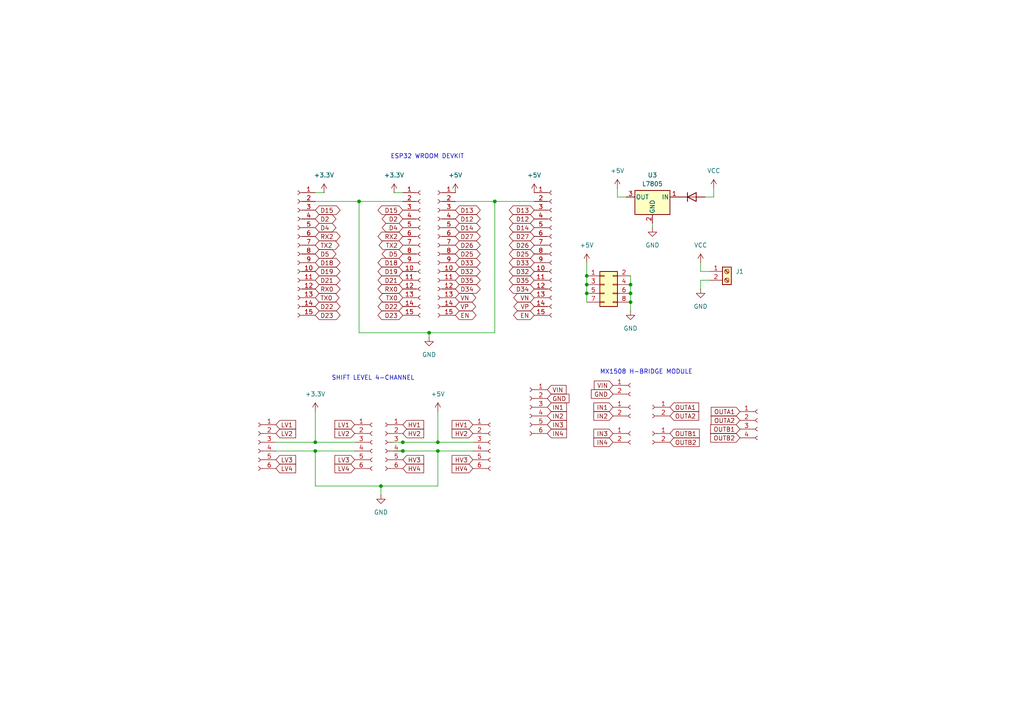
<source format=kicad_sch>
(kicad_sch (version 20250114) (generator "eeschema") (generator_version "9.0")
  (paper "A4")
  (title_block (title "Projeto ROME Conectado") (date "2025-05-26") (rev "0.1") (company "Unicuritiba (Lab. ROSIE)"))
  (lib_symbols
    (symbol "Connector:Conn_01x02_Socket" (pin_names (offset 1.016) (hide yes))
      (property "Reference" "J" (at 0 2.54 0))
      (property "Value" "Conn_01x02_Socket" (at 0 -5.08 0))
      (symbol "Conn_01x02_Socket_1_1"
        (polyline (pts (xy -1.27 0) (xy -0.508 0)) (stroke (width 0.1524)))
        (polyline (pts (xy -1.27 -2.54) (xy -0.508 -2.54)) (stroke (width 0.1524)))
        (arc (start 0 -0.508) (mid -0.5058 0) (end 0 0.508) (stroke (width 0.1524)))
        (arc (start 0 -3.048) (mid -0.5058 -2.54) (end 0 -2.032) (stroke (width 0.1524)))
        (pin passive line (at -5.08 0 0) (length 3.81) (name "Pin_1") (number "1"))
        (pin passive line (at -5.08 -2.54 0) (length 3.81) (name "Pin_2") (number "2"))
      )
    )
    (symbol "Connector:Conn_01x04_Socket" (pin_names (offset 1.016) (hide yes))
      (property "Reference" "J" (at 0 5.08 0))
      (property "Value" "Conn_01x04_Socket" (at 0 -7.62 0))
      (symbol "Conn_01x04_Socket_1_1"
        (polyline (pts (xy -1.27 2.54) (xy -0.508 2.54)) (stroke (width 0.1524)))
        (polyline (pts (xy -1.27 0) (xy -0.508 0)) (stroke (width 0.1524)))
        (polyline (pts (xy -1.27 -2.54) (xy -0.508 -2.54)) (stroke (width 0.1524)))
        (polyline (pts (xy -1.27 -5.08) (xy -0.508 -5.08)) (stroke (width 0.1524)))
        (arc (start 0 2.032) (mid -0.5058 2.54) (end 0 3.048) (stroke (width 0.1524)))
        (arc (start 0 -0.508) (mid -0.5058 0) (end 0 0.508) (stroke (width 0.1524)))
        (arc (start 0 -3.048) (mid -0.5058 -2.54) (end 0 -2.032) (stroke (width 0.1524)))
        (arc (start 0 -5.588) (mid -0.5058 -5.08) (end 0 -4.572) (stroke (width 0.1524)))
        (pin passive line (at -5.08 2.54 0) (length 3.81) (name "Pin_1") (number "1"))
        (pin passive line (at -5.08 0 0) (length 3.81) (name "Pin_2") (number "2"))
        (pin passive line (at -5.08 -2.54 0) (length 3.81) (name "Pin_3") (number "3"))
        (pin passive line (at -5.08 -5.08 0) (length 3.81) (name "Pin_4") (number "4"))
      )
    )
    (symbol "Connector:Conn_01x06_Socket" (pin_names (offset 1.016) (hide yes))
      (property "Reference" "J" (at 0 7.62 0))
      (property "Value" "Conn_01x06_Socket" (at 0 -10.16 0))
      (symbol "Conn_01x06_Socket_1_1"
        (polyline (pts (xy -1.27 5.08) (xy -0.508 5.08)) (stroke (width 0.1524)))
        (polyline (pts (xy -1.27 2.54) (xy -0.508 2.54)) (stroke (width 0.1524)))
        (polyline (pts (xy -1.27 0) (xy -0.508 0)) (stroke (width 0.1524)))
        (polyline (pts (xy -1.27 -2.54) (xy -0.508 -2.54)) (stroke (width 0.1524)))
        (polyline (pts (xy -1.27 -5.08) (xy -0.508 -5.08)) (stroke (width 0.1524)))
        (polyline (pts (xy -1.27 -7.62) (xy -0.508 -7.62)) (stroke (width 0.1524)))
        (arc (start 0 4.572) (mid -0.5058 5.08) (end 0 5.588) (stroke (width 0.1524)))
        (arc (start 0 2.032) (mid -0.5058 2.54) (end 0 3.048) (stroke (width 0.1524)))
        (arc (start 0 -0.508) (mid -0.5058 0) (end 0 0.508) (stroke (width 0.1524)))
        (arc (start 0 -3.048) (mid -0.5058 -2.54) (end 0 -2.032) (stroke (width 0.1524)))
        (arc (start 0 -5.588) (mid -0.5058 -5.08) (end 0 -4.572) (stroke (width 0.1524)))
        (arc (start 0 -8.128) (mid -0.5058 -7.62) (end 0 -7.112) (stroke (width 0.1524)))
        (pin passive line (at -5.08 5.08 0) (length 3.81) (name "Pin_1") (number "1"))
        (pin passive line (at -5.08 2.54 0) (length 3.81) (name "Pin_2") (number "2"))
        (pin passive line (at -5.08 0 0) (length 3.81) (name "Pin_3") (number "3"))
        (pin passive line (at -5.08 -2.54 0) (length 3.81) (name "Pin_4") (number "4"))
        (pin passive line (at -5.08 -5.08 0) (length 3.81) (name "Pin_5") (number "5"))
        (pin passive line (at -5.08 -7.62 0) (length 3.81) (name "Pin_6") (number "6"))
      )
    )
    (symbol "Connector:Conn_01x15_Socket" (pin_names (offset 1.016) (hide yes))
      (property "Reference" "J" (at 0 20.32 0))
      (property "Value" "Conn_01x15_Socket" (at 0 -20.32 0))
      (symbol "Conn_01x15_Socket_1_1"
        (polyline (pts (xy -1.27 17.78) (xy -0.508 17.78)) (stroke (width 0.1524)))
        (polyline (pts (xy -1.27 15.24) (xy -0.508 15.24)) (stroke (width 0.1524)))
        (polyline (pts (xy -1.27 12.7) (xy -0.508 12.7)) (stroke (width 0.1524)))
        (polyline (pts (xy -1.27 10.16) (xy -0.508 10.16)) (stroke (width 0.1524)))
        (polyline (pts (xy -1.27 7.62) (xy -0.508 7.62)) (stroke (width 0.1524)))
        (polyline (pts (xy -1.27 5.08) (xy -0.508 5.08)) (stroke (width 0.1524)))
        (polyline (pts (xy -1.27 2.54) (xy -0.508 2.54)) (stroke (width 0.1524)))
        (polyline (pts (xy -1.27 0) (xy -0.508 0)) (stroke (width 0.1524)))
        (polyline (pts (xy -1.27 -2.54) (xy -0.508 -2.54)) (stroke (width 0.1524)))
        (polyline (pts (xy -1.27 -5.08) (xy -0.508 -5.08)) (stroke (width 0.1524)))
        (polyline (pts (xy -1.27 -7.62) (xy -0.508 -7.62)) (stroke (width 0.1524)))
        (polyline (pts (xy -1.27 -10.16) (xy -0.508 -10.16)) (stroke (width 0.1524)))
        (polyline (pts (xy -1.27 -12.7) (xy -0.508 -12.7)) (stroke (width 0.1524)))
        (polyline (pts (xy -1.27 -15.24) (xy -0.508 -15.24)) (stroke (width 0.1524)))
        (polyline (pts (xy -1.27 -17.78) (xy -0.508 -17.78)) (stroke (width 0.1524)))
        (arc (start 0 17.272) (mid -0.5058 17.78) (end 0 18.288) (stroke (width 0.1524)))
        (arc (start 0 14.732) (mid -0.5058 15.24) (end 0 15.748) (stroke (width 0.1524)))
        (arc (start 0 12.192) (mid -0.5058 12.7) (end 0 13.208) (stroke (width 0.1524)))
        (arc (start 0 9.652) (mid -0.5058 10.16) (end 0 10.668) (stroke (width 0.1524)))
        (arc (start 0 7.112) (mid -0.5058 7.62) (end 0 8.128) (stroke (width 0.1524)))
        (arc (start 0 4.572) (mid -0.5058 5.08) (end 0 5.588) (stroke (width 0.1524)))
        (arc (start 0 2.032) (mid -0.5058 2.54) (end 0 3.048) (stroke (width 0.1524)))
        (arc (start 0 -0.508) (mid -0.5058 0) (end 0 0.508) (stroke (width 0.1524)))
        (arc (start 0 -3.048) (mid -0.5058 -2.54) (end 0 -2.032) (stroke (width 0.1524)))
        (arc (start 0 -5.588) (mid -0.5058 -5.08) (end 0 -4.572) (stroke (width 0.1524)))
        (arc (start 0 -8.128) (mid -0.5058 -7.62) (end 0 -7.112) (stroke (width 0.1524)))
        (arc (start 0 -10.668) (mid -0.5058 -10.16) (end 0 -9.652) (stroke (width 0.1524)))
        (arc (start 0 -13.208) (mid -0.5058 -12.7) (end 0 -12.192) (stroke (width 0.1524)))
        (arc (start 0 -15.748) (mid -0.5058 -15.24) (end 0 -14.732) (stroke (width 0.1524)))
        (arc (start 0 -18.288) (mid -0.5058 -17.78) (end 0 -17.272) (stroke (width 0.1524)))
        (pin passive line (at -5.08 17.78 0) (length 3.81) (name "Pin_1") (number "1"))
        (pin passive line (at -5.08 15.24 0) (length 3.81) (name "Pin_2") (number "2"))
        (pin passive line (at -5.08 12.7 0) (length 3.81) (name "Pin_3") (number "3"))
        (pin passive line (at -5.08 10.16 0) (length 3.81) (name "Pin_4") (number "4"))
        (pin passive line (at -5.08 7.62 0) (length 3.81) (name "Pin_5") (number "5"))
        (pin passive line (at -5.08 5.08 0) (length 3.81) (name "Pin_6") (number "6"))
        (pin passive line (at -5.08 2.54 0) (length 3.81) (name "Pin_7") (number "7"))
        (pin passive line (at -5.08 0 0) (length 3.81) (name "Pin_8") (number "8"))
        (pin passive line (at -5.08 -2.54 0) (length 3.81) (name "Pin_9") (number "9"))
        (pin passive line (at -5.08 -5.08 0) (length 3.81) (name "Pin_10") (number "10"))
        (pin passive line (at -5.08 -7.62 0) (length 3.81) (name "Pin_11") (number "11"))
        (pin passive line (at -5.08 -10.16 0) (length 3.81) (name "Pin_12") (number "12"))
        (pin passive line (at -5.08 -12.7 0) (length 3.81) (name "Pin_13") (number "13"))
        (pin passive line (at -5.08 -15.24 0) (length 3.81) (name "Pin_14") (number "14"))
        (pin passive line (at -5.08 -17.78 0) (length 3.81) (name "Pin_15") (number "15"))
      )
    )
    (symbol "Connector:Screw_Terminal_01x02" (pin_names (offset 1.016) (hide yes))
      (property "Reference" "J" (at 0 2.54 0))
      (property "Value" "Screw_Terminal_01x02" (at 0 -5.08 0))
      (symbol "Screw_Terminal_01x02_1_1"
        (rectangle (start -1.27 1.27) (end 1.27 -3.81) (stroke (width 0.254)) (fill (type background)))
        (polyline (pts (xy -0.5334 0.3302) (xy 0.3302 -0.508)) (stroke (width 0.1524)))
        (polyline (pts (xy -0.5334 -2.2098) (xy 0.3302 -3.048)) (stroke (width 0.1524)))
        (polyline (pts (xy -0.3556 0.508) (xy 0.508 -0.3302)) (stroke (width 0.1524)))
        (polyline (pts (xy -0.3556 -2.032) (xy 0.508 -2.8702)) (stroke (width 0.1524)))
        (circle (center 0 0) (radius 0.635) (stroke (width 0.1524)))
        (circle (center 0 -2.54) (radius 0.635) (stroke (width 0.1524)))
        (pin passive line (at -5.08 0 0) (length 3.81) (name "Pin_1") (number "1"))
        (pin passive line (at -5.08 -2.54 0) (length 3.81) (name "Pin_2") (number "2"))
      )
    )
    (symbol "Connector_Generic:Conn_02x04_Odd_Even" (pin_names (offset 1.016) (hide yes))
      (property "Reference" "J" (at 1.27 5.08 0))
      (property "Value" "Conn_02x04_Odd_Even" (at 1.27 -7.62 0))
      (symbol "Conn_02x04_Odd_Even_1_1"
        (rectangle (start -1.27 3.81) (end 3.81 -6.35) (stroke (width 0.254)) (fill (type background)))
        (rectangle (start -1.27 2.667) (end 0 2.413) (stroke (width 0.1524)))
        (rectangle (start -1.27 0.127) (end 0 -0.127) (stroke (width 0.1524)))
        (rectangle (start -1.27 -2.413) (end 0 -2.667) (stroke (width 0.1524)))
        (rectangle (start -1.27 -4.953) (end 0 -5.207) (stroke (width 0.1524)))
        (rectangle (start 3.81 2.667) (end 2.54 2.413) (stroke (width 0.1524)))
        (rectangle (start 3.81 0.127) (end 2.54 -0.127) (stroke (width 0.1524)))
        (rectangle (start 3.81 -2.413) (end 2.54 -2.667) (stroke (width 0.1524)))
        (rectangle (start 3.81 -4.953) (end 2.54 -5.207) (stroke (width 0.1524)))
        (pin passive line (at -5.08 2.54 0) (length 3.81) (name "Pin_1") (number "1"))
        (pin passive line (at -5.08 0 0) (length 3.81) (name "Pin_3") (number "3"))
        (pin passive line (at -5.08 -2.54 0) (length 3.81) (name "Pin_5") (number "5"))
        (pin passive line (at -5.08 -5.08 0) (length 3.81) (name "Pin_7") (number "7"))
        (pin passive line (at 7.62 2.54 180) (length 3.81) (name "Pin_2") (number "2"))
        (pin passive line (at 7.62 0 180) (length 3.81) (name "Pin_4") (number "4"))
        (pin passive line (at 7.62 -2.54 180) (length 3.81) (name "Pin_6") (number "6"))
        (pin passive line (at 7.62 -5.08 180) (length 3.81) (name "Pin_8") (number "8"))
      )
    )
    (symbol "Diode:1N4001" (pin_numbers (hide yes)) (pin_names (hide yes))
      (property "Reference" "D" (at 0 2.54 0))
      (property "Value" "1N4001" (at 0 -2.54 0))
      (symbol "1N4001_0_1"
        (polyline (pts (xy -1.27 1.27) (xy -1.27 -1.27)) (stroke (width 0.254)))
        (polyline (pts (xy 1.27 1.27) (xy 1.27 -1.27) (xy -1.27 0) (xy 1.27 1.27)) (stroke (width 0.254)))
        (polyline (pts (xy 1.27 0) (xy -1.27 0)))
      )
      (symbol "1N4001_1_1"
        (pin passive line (at -3.81 0 0) (length 2.54) (name "K") (number "1"))
        (pin passive line (at 3.81 0 180) (length 2.54) (name "A") (number "2"))
      )
    )
    (symbol "Regulator_Linear:L7805" (pin_names (offset 0.254))
      (property "Reference" "U" (at -3.81 3.175 0))
      (property "Value" "L7805" (at 0 3.175 0))
      (symbol "L7805_0_1"
        (rectangle (start -5.08 1.905) (end 5.08 -5.08) (stroke (width 0.254)) (fill (type background)))
      )
      (symbol "L7805_1_1"
        (pin power_in line (at -7.62 0 0) (length 2.54) (name "IN") (number "1"))
        (pin power_in line (at 0 -7.62 90) (length 2.54) (name "GND") (number "2"))
        (pin power_out line (at 7.62 0 180) (length 2.54) (name "OUT") (number "3"))
      )
    )
    (symbol "power:+3.3V" (power) (pin_numbers (hide yes)) (pin_names (offset 0) (hide yes))
      (property "Value" "+3.3V" (at 0 3.556 0))
      (symbol "+3.3V_0_1"
        (polyline (pts (xy -0.762 1.27) (xy 0 2.54)))
        (polyline (pts (xy 0 2.54) (xy 0.762 1.27)))
        (polyline (pts (xy 0 0) (xy 0 2.54)))
      )
      (symbol "+3.3V_1_1"
        (pin power_in line (at 0 0 90) (length 0) (name "~") (number "1"))
      )
    )
    (symbol "power:+5V" (power) (pin_numbers (hide yes)) (pin_names (offset 0) (hide yes))
      (property "Value" "+5V" (at 0 3.556 0))
      (symbol "+5V_0_1"
        (polyline (pts (xy -0.762 1.27) (xy 0 2.54)))
        (polyline (pts (xy 0 2.54) (xy 0.762 1.27)))
        (polyline (pts (xy 0 0) (xy 0 2.54)))
      )
      (symbol "+5V_1_1"
        (pin power_in line (at 0 0 90) (length 0) (name "~") (number "1"))
      )
    )
    (symbol "power:GND" (power) (pin_numbers (hide yes)) (pin_names (offset 0) (hide yes))
      (property "Value" "GND" (at 0 -3.81 0))
      (symbol "GND_0_1"
        (polyline (pts (xy 0 0) (xy 0 -1.27) (xy 1.27 -1.27) (xy 0 -2.54) (xy -1.27 -1.27) (xy 0 -1.27)))
      )
      (symbol "GND_1_1"
        (pin power_in line (at 0 0 270) (length 0) (name "~") (number "1"))
      )
    )
    (symbol "power:VCC" (power) (pin_numbers (hide yes)) (pin_names (offset 0) (hide yes))
      (property "Value" "VCC" (at 0 3.556 0))
      (symbol "VCC_0_1"
        (polyline (pts (xy -0.762 1.27) (xy 0 2.54)))
        (polyline (pts (xy 0 2.54) (xy 0.762 1.27)))
        (polyline (pts (xy 0 0) (xy 0 2.54)))
      )
      (symbol "VCC_1_1"
        (pin power_in line (at 0 0 90) (length 0) (name "~") (number "1"))
      )
    )
  )
  (text "MX1508 H-BRIDGE MODULE" (at 187.452 107.95 0) (effects (font (size 1.27 1.27))))
  (text "SHIFT LEVEL 4-CHANNEL" (at 108.204 109.728 0) (effects (font (size 1.27 1.27))))
  (text "ESP32 WROOM DEVKIT" (at 123.952 45.466 0) (effects (font (size 1.27 1.27))))
  (junction (at 143.51 58.42))
  (junction (at 116.84 130.81))
  (junction (at 182.88 85.09))
  (junction (at 91.44 130.81))
  (junction (at 170.18 82.55))
  (junction (at 91.44 128.27))
  (junction (at 116.84 128.27))
  (junction (at 124.46 96.52))
  (junction (at 182.88 87.63))
  (junction (at 127 130.81))
  (junction (at 182.88 82.55))
  (junction (at 110.49 140.97))
  (junction (at 170.18 85.09))
  (junction (at 104.14 58.42))
  (junction (at 170.18 80.01))
  (junction (at 127 128.27))
  (wire (pts (xy 127 119.38) (xy 127 128.27)))
  (wire (pts (xy 114.3 130.81) (xy 116.84 130.81)))
  (wire (pts (xy 91.44 130.81) (xy 102.87 130.81)))
  (wire (pts (xy 114.3 128.27) (xy 116.84 128.27)))
  (wire (pts (xy 182.88 85.09) (xy 182.88 87.63)))
  (wire (pts (xy 110.49 140.97) (xy 127 140.97)))
  (wire (pts (xy 207.01 54.61) (xy 207.01 57.15)))
  (wire (pts (xy 189.23 64.77) (xy 189.23 66.04)))
  (wire (pts (xy 91.44 58.42) (xy 104.14 58.42)))
  (wire (pts (xy 203.2 81.28) (xy 203.2 83.82)))
  (wire (pts (xy 170.18 80.01) (xy 170.18 82.55)))
  (wire (pts (xy 127 128.27) (xy 137.16 128.27)))
  (wire (pts (xy 143.51 58.42) (xy 154.94 58.42)))
  (wire (pts (xy 179.07 57.15) (xy 181.61 57.15)))
  (wire (pts (xy 143.51 58.42) (xy 143.51 96.52)))
  (wire (pts (xy 127 130.81) (xy 127 140.97)))
  (wire (pts (xy 114.3 55.88) (xy 116.84 55.88)))
  (wire (pts (xy 182.88 87.63) (xy 182.88 90.17)))
  (wire (pts (xy 91.44 140.97) (xy 110.49 140.97)))
  (wire (pts (xy 170.18 82.55) (xy 170.18 85.09)))
  (wire (pts (xy 116.84 130.81) (xy 127 130.81)))
  (wire (pts (xy 170.18 85.09) (xy 170.18 87.63)))
  (wire (pts (xy 132.08 58.42) (xy 143.51 58.42)))
  (wire (pts (xy 91.44 130.81) (xy 91.44 140.97)))
  (wire (pts (xy 104.14 58.42) (xy 116.84 58.42)))
  (wire (pts (xy 80.01 130.81) (xy 91.44 130.81)))
  (wire (pts (xy 104.14 58.42) (xy 104.14 96.52)))
  (wire (pts (xy 124.46 96.52) (xy 104.14 96.52)))
  (wire (pts (xy 207.01 57.15) (xy 204.47 57.15)))
  (wire (pts (xy 80.01 128.27) (xy 91.44 128.27)))
  (wire (pts (xy 91.44 119.38) (xy 91.44 128.27)))
  (wire (pts (xy 170.18 76.2) (xy 170.18 80.01)))
  (wire (pts (xy 91.44 128.27) (xy 102.87 128.27)))
  (wire (pts (xy 203.2 76.2) (xy 203.2 78.74)))
  (wire (pts (xy 110.49 140.97) (xy 110.49 143.51)))
  (wire (pts (xy 91.44 55.88) (xy 93.98 55.88)))
  (wire (pts (xy 127 130.81) (xy 137.16 130.81)))
  (wire (pts (xy 116.84 128.27) (xy 127 128.27)))
  (wire (pts (xy 203.2 78.74) (xy 205.74 78.74)))
  (wire (pts (xy 124.46 96.52) (xy 143.51 96.52)))
  (wire (pts (xy 205.74 81.28) (xy 203.2 81.28)))
  (wire (pts (xy 124.46 97.79) (xy 124.46 96.52)))
  (wire (pts (xy 179.07 54.61) (xy 179.07 57.15)))
  (wire (pts (xy 182.88 80.01) (xy 182.88 82.55)))
  (wire (pts (xy 182.88 82.55) (xy 182.88 85.09)))
  (global_label "RX0" (shape bidirectional) (at 116.84 83.82 180) (property "Intersheetrefs" "${INTERSHEET_REFS}" (effects (hide yes))))
  (global_label "D32" (shape bidirectional) (at 154.94 78.74 180) (property "Intersheetrefs" "${INTERSHEET_REFS}" (effects (hide yes))))
  (global_label "D34" (shape bidirectional) (at 132.08 83.82 0) (property "Intersheetrefs" "${INTERSHEET_REFS}" (effects (hide yes))))
  (global_label "D4" (shape bidirectional) (at 116.84 66.04 180) (property "Intersheetrefs" "${INTERSHEET_REFS}" (effects (hide yes))))
  (global_label "OUTA1" (shape input) (at 194.31 118.11 0) (property "Intersheetrefs" "${INTERSHEET_REFS}" (effects (hide yes))))
  (global_label "D19" (shape bidirectional) (at 91.44 78.74 0) (property "Intersheetrefs" "${INTERSHEET_REFS}" (effects (hide yes))))
  (global_label "GND" (shape input) (at 177.8 114.3 180) (property "Intersheetrefs" "${INTERSHEET_REFS}" (effects (hide yes))))
  (global_label "OUTB1" (shape input) (at 214.63 124.46 180) (property "Intersheetrefs" "${INTERSHEET_REFS}" (effects (hide yes))))
  (global_label "D22" (shape bidirectional) (at 91.44 88.9 0) (property "Intersheetrefs" "${INTERSHEET_REFS}" (effects (hide yes))))
  (global_label "EN" (shape bidirectional) (at 154.94 91.44 180) (property "Intersheetrefs" "${INTERSHEET_REFS}" (effects (hide yes))))
  (global_label "D15" (shape bidirectional) (at 116.84 60.96 180) (property "Intersheetrefs" "${INTERSHEET_REFS}" (effects (hide yes))))
  (global_label "D4" (shape bidirectional) (at 91.44 66.04 0) (property "Intersheetrefs" "${INTERSHEET_REFS}" (effects (hide yes))))
  (global_label "HV1" (shape input) (at 116.84 123.19 0) (property "Intersheetrefs" "${INTERSHEET_REFS}" (effects (hide yes))))
  (global_label "VIN" (shape input) (at 177.8 111.76 180) (property "Intersheetrefs" "${INTERSHEET_REFS}" (effects (hide yes))))
  (global_label "TX2" (shape bidirectional) (at 116.84 71.12 180) (property "Intersheetrefs" "${INTERSHEET_REFS}" (effects (hide yes))))
  (global_label "VN" (shape bidirectional) (at 132.08 86.36 0) (property "Intersheetrefs" "${INTERSHEET_REFS}" (effects (hide yes))))
  (global_label "D19" (shape bidirectional) (at 116.84 78.74 180) (property "Intersheetrefs" "${INTERSHEET_REFS}" (effects (hide yes))))
  (global_label "IN2" (shape input) (at 177.8 120.65 180) (property "Intersheetrefs" "${INTERSHEET_REFS}" (effects (hide yes))))
  (global_label "D18" (shape bidirectional) (at 116.84 76.2 180) (property "Intersheetrefs" "${INTERSHEET_REFS}" (effects (hide yes))))
  (global_label "OUTA2" (shape input) (at 214.63 121.92 180) (property "Intersheetrefs" "${INTERSHEET_REFS}" (effects (hide yes))))
  (global_label "HV2" (shape input) (at 137.16 125.73 180) (property "Intersheetrefs" "${INTERSHEET_REFS}" (effects (hide yes))))
  (global_label "HV4" (shape input) (at 137.16 135.89 180) (property "Intersheetrefs" "${INTERSHEET_REFS}" (effects (hide yes))))
  (global_label "D32" (shape bidirectional) (at 132.08 78.74 0) (property "Intersheetrefs" "${INTERSHEET_REFS}" (effects (hide yes))))
  (global_label "LV2" (shape input) (at 102.87 125.73 180) (property "Intersheetrefs" "${INTERSHEET_REFS}" (effects (hide yes))))
  (global_label "TX0" (shape bidirectional) (at 116.84 86.36 180) (property "Intersheetrefs" "${INTERSHEET_REFS}" (effects (hide yes))))
  (global_label "D26" (shape bidirectional) (at 154.94 71.12 180) (property "Intersheetrefs" "${INTERSHEET_REFS}" (effects (hide yes))))
  (global_label "D33" (shape bidirectional) (at 154.94 76.2 180) (property "Intersheetrefs" "${INTERSHEET_REFS}" (effects (hide yes))))
  (global_label "IN1" (shape input) (at 158.75 118.11 0) (property "Intersheetrefs" "${INTERSHEET_REFS}" (effects (hide yes))))
  (global_label "D35" (shape bidirectional) (at 154.94 81.28 180) (property "Intersheetrefs" "${INTERSHEET_REFS}" (effects (hide yes))))
  (global_label "IN1" (shape input) (at 177.8 118.11 180) (property "Intersheetrefs" "${INTERSHEET_REFS}" (effects (hide yes))))
  (global_label "HV3" (shape input) (at 137.16 133.35 180) (property "Intersheetrefs" "${INTERSHEET_REFS}" (effects (hide yes))))
  (global_label "D27" (shape bidirectional) (at 132.08 68.58 0) (property "Intersheetrefs" "${INTERSHEET_REFS}" (effects (hide yes))))
  (global_label "OUTB2" (shape input) (at 194.31 128.27 0) (property "Intersheetrefs" "${INTERSHEET_REFS}" (effects (hide yes))))
  (global_label "OUTA1" (shape input) (at 214.63 119.38 180) (property "Intersheetrefs" "${INTERSHEET_REFS}" (effects (hide yes))))
  (global_label "LV3" (shape input) (at 102.87 133.35 180) (property "Intersheetrefs" "${INTERSHEET_REFS}" (effects (hide yes))))
  (global_label "D14" (shape bidirectional) (at 154.94 66.04 180) (property "Intersheetrefs" "${INTERSHEET_REFS}" (effects (hide yes))))
  (global_label "VP" (shape bidirectional) (at 132.08 88.9 0) (property "Intersheetrefs" "${INTERSHEET_REFS}" (effects (hide yes))))
  (global_label "D21" (shape bidirectional) (at 91.44 81.28 0) (property "Intersheetrefs" "${INTERSHEET_REFS}" (effects (hide yes))))
  (global_label "D23" (shape bidirectional) (at 116.84 91.44 180) (property "Intersheetrefs" "${INTERSHEET_REFS}" (effects (hide yes))))
  (global_label "D2" (shape bidirectional) (at 116.84 63.5 180) (property "Intersheetrefs" "${INTERSHEET_REFS}" (effects (hide yes))))
  (global_label "LV4" (shape input) (at 102.87 135.89 180) (property "Intersheetrefs" "${INTERSHEET_REFS}" (effects (hide yes))))
  (global_label "TX2" (shape bidirectional) (at 91.44 71.12 0) (property "Intersheetrefs" "${INTERSHEET_REFS}" (effects (hide yes))))
  (global_label "IN3" (shape input) (at 177.8 125.73 180) (property "Intersheetrefs" "${INTERSHEET_REFS}" (effects (hide yes))))
  (global_label "RX2" (shape bidirectional) (at 116.84 68.58 180) (property "Intersheetrefs" "${INTERSHEET_REFS}" (effects (hide yes))))
  (global_label "LV4" (shape input) (at 80.01 135.89 0) (property "Intersheetrefs" "${INTERSHEET_REFS}" (effects (hide yes))))
  (global_label "IN2" (shape input) (at 158.75 120.65 0) (property "Intersheetrefs" "${INTERSHEET_REFS}" (effects (hide yes))))
  (global_label "VP" (shape bidirectional) (at 154.94 88.9 180) (property "Intersheetrefs" "${INTERSHEET_REFS}" (effects (hide yes))))
  (global_label "D21" (shape bidirectional) (at 116.84 81.28 180) (property "Intersheetrefs" "${INTERSHEET_REFS}" (effects (hide yes))))
  (global_label "D12" (shape bidirectional) (at 154.94 63.5 180) (property "Intersheetrefs" "${INTERSHEET_REFS}" (effects (hide yes))))
  (global_label "IN3" (shape input) (at 158.75 123.19 0) (property "Intersheetrefs" "${INTERSHEET_REFS}" (effects (hide yes))))
  (global_label "HV4" (shape input) (at 116.84 135.89 0) (property "Intersheetrefs" "${INTERSHEET_REFS}" (effects (hide yes))))
  (global_label "D33" (shape bidirectional) (at 132.08 76.2 0) (property "Intersheetrefs" "${INTERSHEET_REFS}" (effects (hide yes))))
  (global_label "IN4" (shape input) (at 158.75 125.73 0) (property "Intersheetrefs" "${INTERSHEET_REFS}" (effects (hide yes))))
  (global_label "OUTB2" (shape input) (at 214.63 127 180) (property "Intersheetrefs" "${INTERSHEET_REFS}" (effects (hide yes))))
  (global_label "D12" (shape bidirectional) (at 132.08 63.5 0) (property "Intersheetrefs" "${INTERSHEET_REFS}" (effects (hide yes))))
  (global_label "HV2" (shape input) (at 116.84 125.73 0) (property "Intersheetrefs" "${INTERSHEET_REFS}" (effects (hide yes))))
  (global_label "IN4" (shape input) (at 177.8 128.27 180) (property "Intersheetrefs" "${INTERSHEET_REFS}" (effects (hide yes))))
  (global_label "RX2" (shape bidirectional) (at 91.44 68.58 0) (property "Intersheetrefs" "${INTERSHEET_REFS}" (effects (hide yes))))
  (global_label "TX0" (shape bidirectional) (at 91.44 86.36 0) (property "Intersheetrefs" "${INTERSHEET_REFS}" (effects (hide yes))))
  (global_label "OUTB1" (shape input) (at 194.31 125.73 0) (property "Intersheetrefs" "${INTERSHEET_REFS}" (effects (hide yes))))
  (global_label "LV3" (shape input) (at 80.01 133.35 0) (property "Intersheetrefs" "${INTERSHEET_REFS}" (effects (hide yes))))
  (global_label "LV1" (shape input) (at 80.01 123.19 0) (property "Intersheetrefs" "${INTERSHEET_REFS}" (effects (hide yes))))
  (global_label "HV1" (shape input) (at 137.16 123.19 180) (property "Intersheetrefs" "${INTERSHEET_REFS}" (effects (hide yes))))
  (global_label "D25" (shape bidirectional) (at 154.94 73.66 180) (property "Intersheetrefs" "${INTERSHEET_REFS}" (effects (hide yes))))
  (global_label "D18" (shape bidirectional) (at 91.44 76.2 0) (property "Intersheetrefs" "${INTERSHEET_REFS}" (effects (hide yes))))
  (global_label "HV3" (shape input) (at 116.84 133.35 0) (property "Intersheetrefs" "${INTERSHEET_REFS}" (effects (hide yes))))
  (global_label "D13" (shape bidirectional) (at 132.08 60.96 0) (property "Intersheetrefs" "${INTERSHEET_REFS}" (effects (hide yes))))
  (global_label "D14" (shape bidirectional) (at 132.08 66.04 0) (property "Intersheetrefs" "${INTERSHEET_REFS}" (effects (hide yes))))
  (global_label "LV2" (shape input) (at 80.01 125.73 0) (property "Intersheetrefs" "${INTERSHEET_REFS}" (effects (hide yes))))
  (global_label "D26" (shape bidirectional) (at 132.08 71.12 0) (property "Intersheetrefs" "${INTERSHEET_REFS}" (effects (hide yes))))
  (global_label "D13" (shape bidirectional) (at 154.94 60.96 180) (property "Intersheetrefs" "${INTERSHEET_REFS}" (effects (hide yes))))
  (global_label "OUTA2" (shape input) (at 194.31 120.65 0) (property "Intersheetrefs" "${INTERSHEET_REFS}" (effects (hide yes))))
  (global_label "D25" (shape bidirectional) (at 132.08 73.66 0) (property "Intersheetrefs" "${INTERSHEET_REFS}" (effects (hide yes))))
  (global_label "VIN" (shape input) (at 158.75 113.03 0) (property "Intersheetrefs" "${INTERSHEET_REFS}" (effects (hide yes))))
  (global_label "D23" (shape bidirectional) (at 91.44 91.44 0) (property "Intersheetrefs" "${INTERSHEET_REFS}" (effects (hide yes))))
  (global_label "D5" (shape bidirectional) (at 116.84 73.66 180) (property "Intersheetrefs" "${INTERSHEET_REFS}" (effects (hide yes))))
  (global_label "GND" (shape input) (at 158.75 115.57 0) (property "Intersheetrefs" "${INTERSHEET_REFS}" (effects (hide yes))))
  (global_label "D15" (shape bidirectional) (at 91.44 60.96 0) (property "Intersheetrefs" "${INTERSHEET_REFS}" (effects (hide yes))))
  (global_label "D35" (shape bidirectional) (at 132.08 81.28 0) (property "Intersheetrefs" "${INTERSHEET_REFS}" (effects (hide yes))))
  (global_label "D27" (shape bidirectional) (at 154.94 68.58 180) (property "Intersheetrefs" "${INTERSHEET_REFS}" (effects (hide yes))))
  (global_label "D34" (shape bidirectional) (at 154.94 83.82 180) (property "Intersheetrefs" "${INTERSHEET_REFS}" (effects (hide yes))))
  (global_label "EN" (shape bidirectional) (at 132.08 91.44 0) (property "Intersheetrefs" "${INTERSHEET_REFS}" (effects (hide yes))))
  (global_label "D2" (shape bidirectional) (at 91.44 63.5 0) (property "Intersheetrefs" "${INTERSHEET_REFS}" (effects (hide yes))))
  (global_label "D22" (shape bidirectional) (at 116.84 88.9 180) (property "Intersheetrefs" "${INTERSHEET_REFS}" (effects (hide yes))))
  (global_label "VN" (shape bidirectional) (at 154.94 86.36 180) (property "Intersheetrefs" "${INTERSHEET_REFS}" (effects (hide yes))))
  (global_label "LV1" (shape input) (at 102.87 123.19 180) (property "Intersheetrefs" "${INTERSHEET_REFS}" (effects (hide yes))))
  (global_label "D5" (shape bidirectional) (at 91.44 73.66 0) (property "Intersheetrefs" "${INTERSHEET_REFS}" (effects (hide yes))))
  (global_label "RX0" (shape bidirectional) (at 91.44 83.82 0) (property "Intersheetrefs" "${INTERSHEET_REFS}" (effects (hide yes))))
  (symbol (lib_id "Connector_Generic:Conn_02x04_Odd_Even") (at 175.26 82.55 0) (unit 1)
    (property "Reference" "J2" (effects (hide yes)))
    (property "Value" "Conn_02x04_Counter_Clockwise" (effects (hide yes)))
    (property "Footprint" "Connector_PinHeader_2.54mm:PinHeader_2x04_P2.54mm_Vertical" (effects (hide yes)))
    (property "Description" "Generic connector, double row, 02x04, odd/even pin numbering scheme (row 1 odd numbers, row 2 even numbers), script generated (kicad-library-utils/schlib/autogen/connector/)" (effects (hide yes)))
  )
  (symbol (lib_id "Connector:Conn_01x06_Socket") (at 153.67 118.11 0) (mirror y) (unit 1)
    (property "Reference" "HBE1" (effects (hide yes)))
    (property "Value" "Conn_01x06_Socket" (effects (hide yes)))
    (property "Footprint" "Connector_PinSocket_2.54mm:PinSocket_1x06_P2.54mm_Vertical" (effects (hide yes)))
    (property "Description" "Generic connector, single row, 01x06, script generated" (effects (hide yes)))
  )
  (symbol (lib_id "Connector:Conn_01x02_Socket") (at 182.88 118.11 0) (unit 1)
    (property "Reference" "HBIN1" (effects (hide yes)))
    (property "Value" "Conn_01x02_Socket" (effects (hide yes)))
    (property "Footprint" "Connector_PinSocket_2.54mm:PinSocket_1x02_P2.54mm_Vertical" (effects (hide yes)))
    (property "Description" "Generic connector, single row, 01x02, script generated" (effects (hide yes)))
  )
  (symbol (lib_id "power:GND") (at 110.49 143.51 0) (unit 1)
    (property "Reference" "#PWR016" (effects (hide yes)))
    (property "Value" "GND" (at 110.49 148.59 0))
    (property "Description" "Power symbol creates a global label with name \"GND\" , ground" (effects (hide yes)))
  )
  (symbol (lib_id "power:+3.3V") (at 93.98 55.88 0) (unit 1)
    (property "Reference" "#PWR013" (effects (hide yes)))
    (property "Value" "+3.3V" (at 93.98 50.8 0))
    (property "Description" "Power symbol creates a global label with name \"+3.3V\"" (effects (hide yes)))
  )
  (symbol (lib_id "Connector:Conn_01x15_Socket") (at 127 73.66 0) (mirror y) (unit 1)
    (property "Reference" "DEV1" (effects (hide yes)))
    (property "Value" "Conn_01x14_Socket" (effects (hide yes)))
    (property "Footprint" "Connector_PinSocket_2.54mm:PinSocket_1x15_P2.54mm_Vertical" (effects (hide yes)))
    (property "Description" "Generic connector, single row, 01x15, script generated" (effects (hide yes)))
  )
  (symbol (lib_id "power:GND") (at 124.46 97.79 0) (unit 1)
    (property "Reference" "#PWR014" (effects (hide yes)))
    (property "Value" "GND" (at 124.46 102.87 0))
    (property "Description" "Power symbol creates a global label with name \"GND\" , ground" (effects (hide yes)))
  )
  (symbol (lib_id "Connector:Conn_01x06_Socket") (at 111.76 128.27 0) (mirror y) (unit 1)
    (property "Reference" "HV1" (effects (hide yes)))
    (property "Value" "Conn_01x06_Socket" (effects (hide yes)))
    (property "Footprint" "Connector_PinSocket_2.54mm:PinSocket_1x06_P2.54mm_Vertical" (effects (hide yes)))
    (property "Description" "Generic connector, single row, 01x06, script generated" (effects (hide yes)))
  )
  (symbol (lib_id "power:GND") (at 182.88 90.17 0) (unit 1)
    (property "Reference" "#PWR04" (effects (hide yes)))
    (property "Value" "GND" (at 182.88 95.25 0))
    (property "Description" "Power symbol creates a global label with name \"GND\" , ground" (effects (hide yes)))
  )
  (symbol (lib_id "power:GND") (at 203.2 83.82 0) (unit 1)
    (property "Reference" "#PWR02" (effects (hide yes)))
    (property "Value" "GND" (at 203.2 88.9 0))
    (property "Description" "Power symbol creates a global label with name \"GND\" , ground" (effects (hide yes)))
  )
  (symbol (lib_id "Connector:Screw_Terminal_01x02") (at 210.82 78.74 0) (unit 1)
    (property "Reference" "J1" (at 213.36 78.7399 0) (effects (justify left)))
    (property "Value" "Screw_Terminal_01x02" (effects (hide yes)))
    (property "Footprint" "TerminalBlock:TerminalBlock_bornier-2_P5.08mm" (effects (hide yes)))
    (property "Description" "Generic screw terminal, single row, 01x02, script generated (kicad-library-utils/schlib/autogen/connector/)" (effects (hide yes)))
  )
  (symbol (lib_id "Diode:1N4001") (at 200.66 57.15 0) (unit 1)
    (property "Reference" "D3" (effects (hide yes)))
    (property "Value" "1N4001" (effects (hide yes)))
    (property "Footprint" "Diode_THT:D_DO-41_SOD81_P10.16mm_Horizontal" (effects (hide yes)))
    (property "Datasheet" "http://www.vishay.com/docs/88503/1n4001.pdf" (effects (hide yes)))
    (property "Description" "50V 1A General Purpose Rectifier Diode, DO-41" (effects (hide yes)))
    (property "Sim.Device" "D" (effects (hide yes)))
    (property "Sim.Pins" "1=K 2=A" (effects (hide yes)))
  )
  (symbol (lib_id "Connector:Conn_01x15_Socket") (at 121.92 73.66 0) (unit 1)
    (property "Reference" "DEV2" (effects (hide yes)))
    (property "Footprint" "Connector_PinSocket_2.54mm:PinSocket_1x15_P2.54mm_Vertical" (effects (hide yes)))
    (property "Description" "Generic connector, single row, 01x15, script generated" (effects (hide yes)))
  )
  (symbol (lib_id "Connector:Conn_01x06_Socket") (at 74.93 128.27 0) (mirror y) (unit 1)
    (property "Reference" "LVE1" (effects (hide yes)))
    (property "Value" "Conn_01x06_Socket" (effects (hide yes)))
    (property "Footprint" "Connector_PinSocket_2.54mm:PinSocket_1x06_P2.54mm_Vertical" (effects (hide yes)))
    (property "Description" "Generic connector, single row, 01x06, script generated" (effects (hide yes)))
  )
  (symbol (lib_id "Connector:Conn_01x02_Socket") (at 189.23 125.73 0) (mirror y) (unit 1)
    (property "Reference" "HBOUT2" (effects (hide yes)))
    (property "Value" "Conn_01x02_Socket" (effects (hide yes)))
    (property "Footprint" "Connector_PinSocket_2.54mm:PinSocket_1x02_P2.54mm_Vertical" (effects (hide yes)))
    (property "Description" "Generic connector, single row, 01x02, script generated" (effects (hide yes)))
  )
  (symbol (lib_id "Connector:Conn_01x06_Socket") (at 142.24 128.27 0) (unit 1)
    (property "Reference" "HVE1" (effects (hide yes)))
    (property "Value" "Conn_01x06_Socket" (effects (hide yes)))
    (property "Footprint" "Connector_PinSocket_2.54mm:PinSocket_1x06_P2.54mm_Vertical" (effects (hide yes)))
    (property "Description" "Generic connector, single row, 01x06, script generated" (effects (hide yes)))
  )
  (symbol (lib_id "power:+5V") (at 154.94 55.88 0) (unit 1)
    (property "Reference" "#PWR09" (effects (hide yes)))
    (property "Value" "+5V" (at 154.94 50.8 0))
    (property "Description" "Power symbol creates a global label with name \"+5V\"" (effects (hide yes)))
  )
  (symbol (lib_id "Regulator_Linear:L7805") (at 189.23 57.15 0) (mirror y) (unit 1)
    (property "Reference" "U3" (at 189.23 50.8 0))
    (property "Value" "L7805" (at 189.23 53.34 0))
    (property "Footprint" "Package_TO_SOT_THT:TO-220-3_Vertical" (effects (hide yes)))
    (property "Datasheet" "http://www.st.com/content/ccc/resource/technical/document/datasheet/41/4f/b3/b0/12/d4/47/88/CD00000444.pdf/files/CD00000444.pdf/jcr:content/translations/en.CD00000444.pdf" (effects (hide yes)))
    (property "Description" "Positive 1.5A 35V Linear Regulator, Fixed Output 5V, TO-220/TO-263/TO-252" (effects (hide yes)))
  )
  (symbol (lib_id "power:VCC") (at 203.2 76.2 0) (unit 1)
    (property "Reference" "#PWR01" (effects (hide yes)))
    (property "Value" "VCC" (at 203.2 71.12 0))
    (property "Description" "Power symbol creates a global label with name \"VCC\"" (effects (hide yes)))
  )
  (symbol (lib_id "power:+5V") (at 179.07 54.61 0) (unit 1)
    (property "Reference" "#PWR03" (effects (hide yes)))
    (property "Value" "+5V" (at 179.07 49.53 0))
    (property "Description" "Power symbol creates a global label with name \"+5V\"" (effects (hide yes)))
  )
  (symbol (lib_id "power:GND") (at 189.23 66.04 0) (unit 1)
    (property "Reference" "#PWR06" (effects (hide yes)))
    (property "Value" "GND" (at 189.23 71.12 0))
    (property "Description" "Power symbol creates a global label with name \"GND\" , ground" (effects (hide yes)))
  )
  (symbol (lib_id "power:+5V") (at 127 119.38 0) (unit 1)
    (property "Reference" "#PWR017" (effects (hide yes)))
    (property "Value" "+5V" (at 127 114.3 0))
    (property "Description" "Power symbol creates a global label with name \"+5V\"" (effects (hide yes)))
  )
  (symbol (lib_id "Connector:Conn_01x02_Socket") (at 182.88 111.76 0) (unit 1)
    (property "Reference" "HBP1" (effects (hide yes)))
    (property "Value" "Conn_01x02_Socket" (effects (hide yes)))
    (property "Footprint" "Connector_PinSocket_2.54mm:PinSocket_1x02_P2.54mm_Vertical" (effects (hide yes)))
    (property "Description" "Generic connector, single row, 01x02, script generated" (effects (hide yes)))
  )
  (symbol (lib_id "power:+5V") (at 170.18 76.2 0) (unit 1)
    (property "Reference" "#PWR07" (effects (hide yes)))
    (property "Value" "+5V" (at 170.18 71.12 0))
    (property "Description" "Power symbol creates a global label with name \"+5V\"" (effects (hide yes)))
  )
  (symbol (lib_id "power:VCC") (at 207.01 54.61 0) (unit 1)
    (property "Reference" "#PWR05" (effects (hide yes)))
    (property "Value" "VCC" (at 207.01 49.53 0))
    (property "Description" "Power symbol creates a global label with name \"VCC\"" (effects (hide yes)))
  )
  (symbol (lib_id "power:+3.3V") (at 114.3 55.88 0) (unit 1)
    (property "Reference" "#PWR012" (effects (hide yes)))
    (property "Value" "+3.3V" (at 114.3 50.8 0))
    (property "Description" "Power symbol creates a global label with name \"+3.3V\"" (effects (hide yes)))
  )
  (symbol (lib_id "Connector:Conn_01x06_Socket") (at 107.95 128.27 0) (unit 1)
    (property "Reference" "LV1" (effects (hide yes)))
    (property "Value" "Conn_01x06_Socket" (effects (hide yes)))
    (property "Footprint" "Connector_PinSocket_2.54mm:PinSocket_1x06_P2.54mm_Vertical" (effects (hide yes)))
    (property "Description" "Generic connector, single row, 01x06, script generated" (effects (hide yes)))
  )
  (symbol (lib_id "power:+3.3V") (at 91.44 119.38 0) (unit 1)
    (property "Reference" "#PWR015" (effects (hide yes)))
    (property "Value" "+3.3V" (at 91.44 114.3 0))
    (property "Description" "Power symbol creates a global label with name \"+3.3V\"" (effects (hide yes)))
  )
  (symbol (lib_id "Connector:Conn_01x15_Socket") (at 86.36 73.66 0) (mirror y) (unit 1)
    (property "Reference" "DEVE2" (effects (hide yes)))
    (property "Footprint" "Connector_PinSocket_2.54mm:PinSocket_1x15_P2.54mm_Vertical" (effects (hide yes)))
    (property "Description" "Generic connector, single row, 01x15, script generated" (effects (hide yes)))
  )
  (symbol (lib_id "power:+5V") (at 132.08 55.88 0) (unit 1)
    (property "Reference" "#PWR08" (effects (hide yes)))
    (property "Value" "+5V" (at 132.08 50.8 0))
    (property "Description" "Power symbol creates a global label with name \"+5V\"" (effects (hide yes)))
  )
  (symbol (lib_id "Connector:Conn_01x02_Socket") (at 189.23 118.11 0) (mirror y) (unit 1)
    (property "Reference" "HBOUT1" (effects (hide yes)))
    (property "Value" "Conn_01x02_Socket" (effects (hide yes)))
    (property "Footprint" "Connector_PinSocket_2.54mm:PinSocket_1x02_P2.54mm_Vertical" (effects (hide yes)))
    (property "Description" "Generic connector, single row, 01x02, script generated" (effects (hide yes)))
  )
  (symbol (lib_id "Connector:Conn_01x02_Socket") (at 182.88 125.73 0) (unit 1)
    (property "Reference" "HBIN2" (effects (hide yes)))
    (property "Value" "Conn_01x02_Socket" (effects (hide yes)))
    (property "Footprint" "Connector_PinSocket_2.54mm:PinSocket_1x02_P2.54mm_Vertical" (effects (hide yes)))
    (property "Description" "Generic connector, single row, 01x02, script generated" (effects (hide yes)))
  )
  (symbol (lib_id "Connector:Conn_01x04_Socket") (at 219.71 121.92 0) (unit 1)
    (property "Reference" "HBE2" (effects (hide yes)))
    (property "Value" "Conn_01x04_Socket" (effects (hide yes)))
    (property "Footprint" "Connector_PinHeader_2.54mm:PinHeader_1x04_P2.54mm_Vertical" (effects (hide yes)))
    (property "Description" "Generic connector, single row, 01x04, script generated" (effects (hide yes)))
  )
  (symbol (lib_id "Connector:Conn_01x15_Socket") (at 160.02 73.66 0) (unit 1)
    (property "Reference" "DEVE1" (effects (hide yes)))
    (property "Footprint" "Connector_PinSocket_2.54mm:PinSocket_1x15_P2.54mm_Vertical" (effects (hide yes)))
    (property "Description" "Generic connector, single row, 01x15, script generated" (effects (hide yes)))
  )
)
</source>
